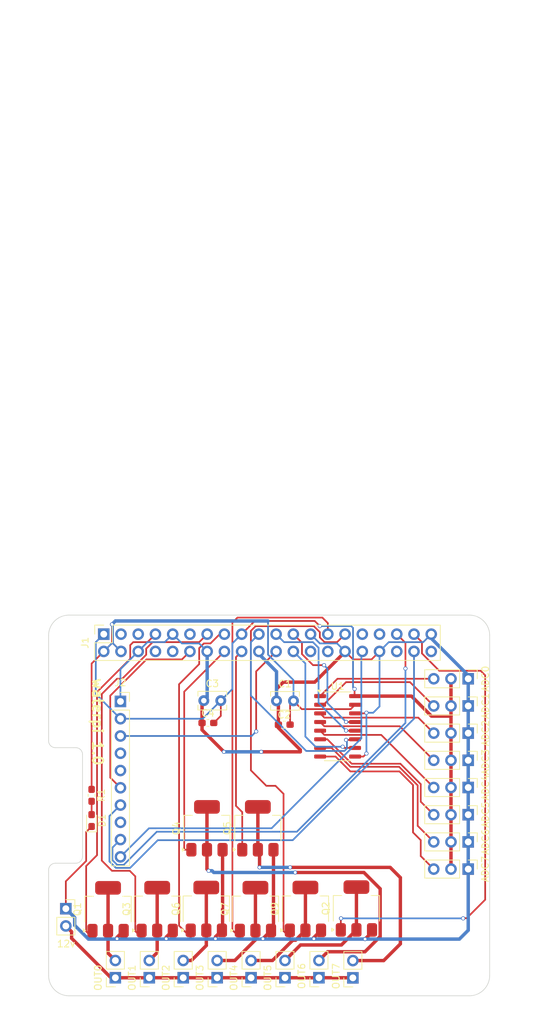
<source format=kicad_pcb>
(kicad_pcb (version 20240108) (generator "pcbnew") (generator_version "8.0")
  (layers (0 "F.Cu" signal) (31 "B.Cu" signal) (34 "B.Paste" user) (35 "F.Paste" user) (36 "B.SilkS" user "B.Silkscreen") (37 "F.SilkS" user "F.Silkscreen") (38 "B.Mask" user) (39 "F.Mask" user) (44 "Edge.Cuts" user))
  (net 0 "")
  (net 1 "GND")
  (net 2 "+12V")
  (net 3 "/OUT7")
  (net 4 "/OUT6")
  (net 5 "/OUT5")
  (net 6 "/OUT4")
  (net 7 "/OUT3")
  (net 8 "/OUT2")
  (net 9 "/OUT1")
  (net 10 "/OUT0")
  (net 11 "/GPIO4")
  (net 12 "/GPIO0")
  (net 13 "/GPIO27")
  (net 14 "/GPIO26")
  (net 15 "/GPIO25")
  (net 16 "/GPIO22")
  (net 17 "Net-(D1-A)")
  (net 18 "/CH0")
  (net 19 "/SPI0_MOSI")
  (net 20 "/SPI0_MISO")
  (net 21 "/SPI0_SCLK")
  (net 22 "+5V")
  (net 23 "/GPIO5")
  (net 24 "/CH1")
  (net 25 "/CH2")
  (net 26 "/CH3")
  (net 27 "/CH4")
  (net 28 "/CH5")
  (net 29 "/CH6")
  (net 30 "/GPIO24")
  (net 31 "/GPIO1")
  (net 32 "/SDA")
  (net 33 "/GPIO23")
  (net 34 "/SPI1_CE0")
  (net 35 "/GPIO6")
  (net 36 "/PWM0")
  (net 37 "/CH7")
  (net 38 "/SCL")
  (net 39 "/SPI1_CE2")
  (net 40 "/SPI0_CE1")
  (net 41 "/SPI1_MISO")
  (net 42 "+3.3V")
  (net 43 "/RXD")
  (net 44 "/TXD")
  (net 45 "/PWM1")
  (net 46 "/SPI1_MOSI")
  (net 47 "/SPI1_SCLK")
  (net 48 "/SPI0_CE0")
  (net 49 "/SPI1_CE1")
  (net 52 "/SPI1_SCK")
  (footprint "RPi_Hat:RPi_Hat_Mounting_Hole" (layer "F.Cu") (at 93.162 92.138)
    (property "Reference" "" (hide yes))
    (property "Value" "" (hide yes))
  )
  (footprint "RPi_Hat:RPi_Hat_Mounting_Hole" (layer "F.Cu") (at 93.162 141.138)
    (property "Reference" "" (hide yes))
    (property "Value" "" (hide yes))
  )
  (footprint "RPi_Hat:RPi_Hat_Mounting_Hole" (layer "F.Cu") (at 151.162 141.138)
    (property "Reference" "" (hide yes))
    (property "Value" "" (hide yes))
  )
  (footprint "Connector_PinSocket_2.54mm:PinSocket_1x02_P2.54mm_Vertical" (layer "F.Cu") (at 114.5 141.986 180)
    (property "Reference" "J7" (hide yes))
    (property "Value" "OUT3")
  )
  (footprint "Connector_PinSocket_2.54mm:PinSocket_1x02_P2.54mm_Vertical" (layer "F.Cu") (at 124.5 141.986 180)
    (property "Reference" "J9" (hide yes))
    (property "Value" "OUT5")
  )
  (footprint "Connector_PinSocket_2.54mm:PinSocket_1x02_P2.54mm_Vertical" (layer "F.Cu") (at 99.5 141.986 180)
    (property "Reference" "J4" (hide yes))
    (property "Value" "OUT0")
  )
  (footprint "Connector_PinSocket_2.54mm:PinSocket_1x02_P2.54mm_Vertical" (layer "F.Cu") (at 119.5 141.986 180)
    (property "Reference" "J8" (hide yes))
    (property "Value" "OUT4")
  )
  (footprint "RPi_Hat:RPi_Hat_Mounting_Hole" (layer "F.Cu") (at 151.162 92.138)
    (property "Reference" "" (hide yes))
    (property "Value" "" (hide yes))
  )
  (footprint "Connector_PinSocket_2.54mm:PinSocket_2x20_P2.54mm_Vertical" (layer "F.Cu") (at 97.79 91.44 90)
    (property "Reference" "J1")
    (property "Value" "RPi")
  )
  (footprint "Connector_PinSocket_2.54mm:PinSocket_1x02_P2.54mm_Vertical" (layer "F.Cu") (at 129.5 141.986 180)
    (property "Reference" "J10" (hide yes))
    (property "Value" "OUT6")
  )
  (footprint "Connector_PinSocket_2.54mm:PinSocket_1x02_P2.54mm_Vertical" (layer "F.Cu") (at 104.5 141.986 180)
    (property "Reference" "J5" (hide yes))
    (property "Value" "OUT1")
  )
  (footprint "Connector_PinSocket_2.54mm:PinSocket_1x02_P2.54mm_Vertical" (layer "F.Cu") (at 109.5 141.986 180)
    (property "Reference" "J6" (hide yes))
    (property "Value" "OUT2")
  )
  (footprint "Connector_PinHeader_2.54mm:PinHeader_1x03_P2.54mm_Vertical" (layer "F.Cu") (at 151.5 118 -90)
    (property "Reference" "J19" (hide yes))
    (property "Value" "ADC5")
  )
  (footprint "Connector_PinHeader_2.54mm:PinHeader_1x03_P2.54mm_Vertical" (layer "F.Cu") (at 151.5 122 -90)
    (property "Reference" "J20" (hide yes))
    (property "Value" "ADC6")
  )
  (footprint "Connector_PinSocket_2.54mm:PinSocket_1x02_P2.54mm_Vertical" (layer "F.Cu") (at 92.202 131.826)
    (property "Reference" "J3" (hide yes))
    (property "Value" "12v")
  )
  (footprint "Connector_PinHeader_2.54mm:PinHeader_1x03_P2.54mm_Vertical" (layer "F.Cu") (at 151.5 102 -90)
    (property "Reference" "J15" (hide yes))
    (property "Value" "ADC1")
  )
  (footprint "Connector_PinHeader_2.54mm:PinHeader_1x03_P2.54mm_Vertical" (layer "F.Cu") (at 151.5 106 -90)
    (property "Reference" "J16" (hide yes))
    (property "Value" "ADC2")
  )
  (footprint "Connector_PinHeader_2.54mm:PinHeader_1x03_P2.54mm_Vertical" (layer "F.Cu") (at 151.5 110 -90)
    (property "Reference" "J17" (hide yes))
    (property "Value" "ADC3")
  )
  (footprint "Connector_PinHeader_2.54mm:PinHeader_1x03_P2.54mm_Vertical" (layer "F.Cu") (at 151.5 114 -90)
    (property "Reference" "J18" (hide yes))
    (property "Value" "ADC4")
  )
  (footprint "Connector_PinHeader_2.54mm:PinHeader_1x03_P2.54mm_Vertical" (layer "F.Cu") (at 151.5 98 -90)
    (property "Reference" "J14" (hide yes))
    (property "Value" "ADC0")
  )
  (footprint "LED_SMD:LED_0603_1608Metric_Pad1.05x0.95mm_HandSolder" (layer "F.Cu") (at 96 118.861 90)
    (property "Reference" "D1")
    (property "Value" "LED")
  )
  (footprint "Resistor_SMD:R_0603_1608Metric_Pad1.05x0.95mm_HandSolder" (layer "F.Cu") (at 96 115.15 -90)
    (property "Reference" "R1")
    (property "Value" "1k")
  )
  (footprint "Connector_PinSocket_2.54mm:PinSocket_1x02_P2.54mm_Vertical" (layer "F.Cu") (at 134.5 142 180)
    (property "Reference" "J11" (hide yes))
    (property "Value" "OUT7")
  )
  (footprint "Package_TO_SOT_SMD:SOT-223-3_TabPin2" (layer "F.Cu") (at 98.424 131.909 90)
    (property "Reference" "Q1")
    (property "Value" "NCV8403")
  )
  (footprint "Package_TO_SOT_SMD:SOT-223-3_TabPin2" (layer "F.Cu") (at 105.664 131.885 90)
    (property "Reference" "Q3")
    (property "Value" "NCV8403")
  )
  (footprint "Package_TO_SOT_SMD:SOT-223-3_TabPin2" (layer "F.Cu") (at 112.904 131.861 90)
    (property "Reference" "Q6")
    (property "Value" "NCV8403")
  )
  (footprint "Package_TO_SOT_SMD:SOT-223-3_TabPin2" (layer "F.Cu") (at 120.142 131.885 90)
    (property "Reference" "Q7")
    (property "Value" "NCV8403")
  )
  (footprint "Package_TO_SOT_SMD:SOT-223-3_TabPin2" (layer "F.Cu") (at 127.509 131.861 90)
    (property "Reference" "Q9")
    (property "Value" "NCV8403")
  )
  (footprint "Package_TO_SOT_SMD:SOT-223-3_TabPin2" (layer "F.Cu") (at 135.025 131.8 90)
    (property "Reference" "Q2")
    (property "Value" "NCV8403")
  )
  (footprint "Package_TO_SOT_SMD:SOT-223-3_TabPin2" (layer "F.Cu") (at 113 120 90)
    (property "Reference" "Q4")
    (property "Value" "NCV8403")
  )
  (footprint "Package_TO_SOT_SMD:SOT-223-3_TabPin2" (layer "F.Cu") (at 120.5 120 90)
    (property "Reference" "Q5")
    (property "Value" "NCV8403")
  )
  (footprint "Package_SO:SO-16_3.9x9.9mm_P1.27mm" (layer "F.Cu") (at 132.25 105)
    (property "Reference" "U1")
    (property "Value" "MCP3008")
  )
  (footprint "Capacitor_THT:C_Rect_L4.0mm_W2.5mm_P2.50mm" (layer "F.Cu") (at 123.25 101.25)
    (property "Reference" "C1")
    (property "Value" "1mF")
  )
  (footprint "Connector_PinSocket_2.54mm:PinSocket_1x10_P2.54mm_Vertical" (layer "F.Cu") (at 100.25 101.34)
    (property "Reference" "J2")
    (property "Value" "Conn_01x10")
  )
  (footprint "Capacitor_SMD:C_0603_1608Metric_Pad1.08x0.95mm_HandSolder" (layer "F.Cu") (at 113.1375 104.5)
    (property "Reference" "C4")
    (property "Value" "100nF")
  )
  (footprint "Capacitor_SMD:C_0603_1608Metric_Pad1.08x0.95mm_HandSolder" (layer "F.Cu") (at 124.3875 104.75)
    (property "Reference" "C2")
    (property "Value" "100nF")
  )
  (footprint "Capacitor_THT:C_Rect_L4.0mm_W2.5mm_P2.50mm" (layer "F.Cu") (at 112.5375 101.22)
    (property "Reference" "C3")
    (property "Value" "1mF")
  )
  (footprint "Connector_PinHeader_2.54mm:PinHeader_1x03_P2.54mm_Vertical" (layer "F.Cu") (at 151.5 126 -90)
    (property "Reference" "J21" (hide yes))
    (property "Value" "ADC7")
  )
  (gr_arc (start 92.662 144.638) (mid 90.54068 143.75932) (end 89.662 141.638) (stroke (width 0.1)) (layer "Edge.Cuts"))
  (gr_arc (start 154.662 141.638) (mid 153.78332 143.75932) (end 151.662 144.638) (stroke (width 0.1)) (layer "Edge.Cuts"))
  (gr_arc (start 90.662 108.138) (mid 89.954893 107.845107) (end 89.662 107.138) (stroke (width 0.1)) (layer "Edge.Cuts"))
  (gr_arc (start 93.662 108.138) (mid 94.369107 108.430893) (end 94.662 109.138) (stroke (width 0.1)) (layer "Edge.Cuts"))
  (gr_arc (start 94.662 124.138) (mid 94.369107 124.845107) (end 93.662 125.138) (stroke (width 0.1)) (layer "Edge.Cuts"))
  (gr_arc (start 89.662 126.138) (mid 89.954893 125.430893) (end 90.662 125.138) (stroke (width 0.1)) (layer "Edge.Cuts"))
  (gr_arc (start 89.662 91.638) (mid 90.54068 89.51668) (end 92.662 88.638) (stroke (width 0.1)) (layer "Edge.Cuts"))
  (gr_line (start 92.662 88.638) (end 151.662 88.638) (stroke (width 0.1)) (layer "Edge.Cuts"))
  (gr_arc (start 151.662 88.638) (mid 153.78332 89.51668) (end 154.662 91.638) (stroke (width 0.1)) (layer "Edge.Cuts"))
  (gr_line (start 89.662 91.638) (end 89.662 107.138) (stroke (width 0.1)) (layer "Edge.Cuts"))
  (gr_line (start 92.662 144.638) (end 151.662 144.638) (stroke (width 0.1)) (layer "Edge.Cuts"))
  (gr_line (start 94.662 109.138) (end 94.662 124.138) (stroke (width 0.1)) (layer "Edge.Cuts"))
  (gr_line (start 89.662 126.138) (end 89.662 141.638) (stroke (width 0.1)) (layer "Edge.Cuts"))
  (gr_line (start 90.662 108.138) (end 93.662 108.138) (stroke (width 0.1)) (layer "Edge.Cuts"))
  (gr_line (start 154.662 91.638) (end 154.662 141.638) (stroke (width 0.1)) (layer "Edge.Cuts"))
  (gr_line (start 90.662 125.138) (end 93.662 125.138) (stroke (width 0.1)) (layer "Edge.Cuts"))
  (gr_text "waterpi 1.0" (at 96 97.75 270) (layer "F.SilkS") (effects (font (size 1.5 1.5) (thickness 0.3) (bold yes)) (justify left bottom)))
  (segment (start 121.25 136.25) (end 121.25 136.227) (width 0.5) (layer "F.Cu") (net 1))
  (segment (start 122.442 135.035) (end 122.8 134.677) (width 0.5) (layer "F.Cu") (net 1))
  (segment (start 128.883884 98.5) (end 124.25 98.5) (width 0.5) (layer "F.Cu") (net 1))
  (segment (start 115.204 135.011) (end 115.3 134.915) (width 0.5) (layer "F.Cu") (net 1))
  (segment (start 95.199 120.537) (end 95.199 124.801) (width 0.25) (layer "F.Cu") (net 1))
  (segment (start 123.25 99.5) (end 123.25 101.25) (width 0.5) (layer "F.Cu") (net 1))
  (segment (start 115.3 134.915) (end 115.3 123.15) (width 0.5) (layer "F.Cu") (net 1))
  (segment (start 133.35 93.98) (end 134.525 95.155) (width 0.25) (layer "F.Cu") (net 1))
  (segment (start 92.202 127.798) (end 92.202 131.826) (width 0.25) (layer "F.Cu") (net 1))
  (segment (start 136.405 103.095) (end 136.5 103) (width 0.25) (layer "F.Cu") (net 1))
  (segment (start 123.525 104.75) (end 123.525 101.525) (width 0.5) (layer "F.Cu") (net 1))
  (segment (start 134.825 109.445) (end 136.055 109.445) (width 0.25) (layer "F.Cu") (net 1))
  (segment (start 134.825 103.095) (end 136.405 103.095) (width 0.25) (layer "F.Cu") (net 1))
  (segment (start 114.25 136.25) (end 114.25 135.965) (width 0.5) (layer "F.Cu") (net 1))
  (segment (start 128.75 136.25) (end 128.75 136.07) (width 0.5) (layer "F.Cu") (net 1))
  (segment (start 107 135.999) (end 107.964 135.035) (width 0.5) (layer "F.Cu") (net 1))
  (segment (start 114.25 135.965) (end 115.204 135.011) (width 0.5) (layer "F.Cu") (net 1))
  (segment (start 121 108.75) (end 126.75 108.75) (width 0.5) (layer "F.Cu") (net 1))
  (segment (start 121.25 136.227) (end 122.442 135.035) (width 0.5) (layer "F.Cu") (net 1))
  (segment (start 124.25 98.5) (end 123.25 99.5) (width 0.5) (layer "F.Cu") (net 1))
  (segment (start 107 136.25) (end 107 135.999) (width 0.5) (layer "F.Cu") (net 1))
  (segment (start 123.525 105.225) (end 126.75 108.45) (width 0.5) (layer "F.Cu") (net 1))
  (segment (start 112.275 104.5) (end 112.275 105.525) (width 0.5) (layer "F.Cu") (net 1))
  (segment (start 136.055 109.445) (end 136.5 109) (width 0.25) (layer "F.Cu") (net 1))
  (segment (start 123.525 104.75) (end 123.525 105.225) (width 0.25) (layer "F.Cu") (net 1))
  (segment (start 137.325 134.95) (end 137.325 135.275) (width 0.5) (layer "F.Cu") (net 1))
  (segment (start 112.275 105.525) (end 115.5 108.75) (width 0.5) (layer "F.Cu") (net 1))
  (segment (start 137.255 95.155) (end 138.43 93.98) (width 0.25) (layer "F.Cu") (net 1))
  (segment (start 122.8 134.677) (end 122.8 123.15) (width 0.5) (layer "F.Cu") (net 1))
  (segment (start 99.75 136.033) (end 100.724 135.059) (width 0.5) (layer "F.Cu") (net 1))
  (segment (start 96 119.736) (end 95.199 120.537) (width 0.25) (layer "F.Cu") (net 1))
  (segment (start 123.25 105.025) (end 123.525 104.75) (width 0.5) (layer "F.Cu") (net 1))
  (segment (start 95.199 124.801) (end 92.202 127.798) (width 0.25) (layer "F.Cu") (net 1))
  (segment (start 99.75 136.25) (end 99.75 136.033) (width 0.5) (layer "F.Cu") (net 1))
  (segment (start 128.75 136.07) (end 129.809 135.011) (width 0.5) (layer "F.Cu") (net 1))
  (segment (start 137.325 135.275) (end 136.3 136.3) (width 0.5) (layer "F.Cu") (net 1))
  (segment (start 133.35 94.033884) (end 128.883884 98.5) (width 0.5) (layer "F.Cu") (net 1))
  (segment (start 134.525 95.155) (end 137.255 95.155) (width 0.25) (layer "F.Cu") (net 1))
  (segment (start 112.275 104.5) (end 112.275 101.4825) (width 0.5) (layer "F.Cu") (net 1))
  (segment (start 126.75 108.45) (end 126.75 108.75) (width 0.5) (layer "F.Cu") (net 1))
  (via (at 114.25 136.25) (size 0.6) (drill 0.4) (layers "F.Cu" "B.Cu") (net 1))
  (via (at 136.3 136.3) (size 0.6) (drill 0.4) (layers "F.Cu" "B.Cu") (net 1))
  (via (at 128.75 136.25) (size 0.6) (drill 0.4) (layers "F.Cu" "B.Cu") (net 1))
  (via (at 115.5 108.75) (size 0.6) (drill 0.4) (layers "F.Cu" "B.Cu") (net 1))
  (via (at 121 108.75) (size 0.6) (drill 0.4) (layers "F.Cu" "B.Cu") (net 1))
  (via (at 107 136.25) (size 0.6) (drill 0.4) (layers "F.Cu" "B.Cu") (net 1))
  (via (at 136.5 109) (size 0.6) (drill 0.4) (layers "F.Cu" "B.Cu") (net 1))
  (via (at 136.5 103) (size 0.6) (drill 0.4) (layers "F.Cu" "B.Cu") (net 1))
  (via (at 99.75 136.25) (size 0.6) (drill 0.4) (layers "F.Cu" "B.Cu") (net 1))
  (via (at 121.25 136.25) (size 0.6) (drill 0.4) (layers "F.Cu" "B.Cu") (net 1))
  (segment (start 100.25 101.34) (end 100.25 96.6) (width 0.25) (layer "B.Cu") (net 1))
  (segment (start 123.25 96.95) (end 123.25 101.25) (width 0.5) (layer "B.Cu") (net 1))
  (segment (start 99.8 136.3) (end 99.75 136.25) (width 0.5) (layer "B.Cu") (net 1))
  (segment (start 136.2 136.3) (end 128.8 136.3) (width 0.5) (layer "B.Cu") (net 1))
  (segment (start 128.27 91.44) (end 129.634999 92.804999) (width 0.25) (layer "B.Cu") (net 1))
  (segment (start 106.774999 92.615001) (end 107.95 91.44) (width 0.25) (layer "B.Cu") (net 1))
  (segment (start 111.855 92.805) (end 113.03 93.98) (width 0.25) (layer "B.Cu") (net 1))
  (segment (start 128.7 136.3) (end 121.3 136.3) (width 0.5) (layer "B.Cu") (net 1))
  (segment (start 136.3 136.3) (end 136.25 136.25) (width 0.5) (layer "B.Cu") (net 1))
  (segment (start 120.65 94.35) (end 123.25 96.95) (width 0.5) (layer "B.Cu") (net 1))
  (segment (start 107.05 136.3) (end 107 136.25) (width 0.5) (layer "B.Cu") (net 1))
  (segment (start 93.502001 134.269001) (end 93.502001 133.126001) (width 0.5) (layer "B.Cu") (net 1))
  (segment (start 114.2 136.3) (end 107.05 136.3) (width 0.5) (layer "B.Cu") (net 1))
  (segment (start 136.5 109) (end 136.5 103) (width 0.25) (layer "B.Cu") (net 1))
  (segment (start 139.795 92.615) (end 138.43 93.98) (width 0.25) (layer "B.Cu") (net 1))
  (segment (start 136.5 103) (end 137.5 103) (width 0.25) (layer "B.Cu") (net 1))
  (segment (start 113.03 100.7275) (end 112.5375 101.22) (width 0.5) (layer "B.Cu") (net 1))
  (segment (start 136.3 136.3) (end 150.2 136.3) (width 0.5) (layer "B.Cu") (net 1))
  (segment (start 138.43 102.07) (end 138.43 93.98) (width 0.25) (layer "B.Cu") (net 1))
  (segment (start 132.174999 92.804999) (end 133.35 93.98) (width 0.25) (layer "B.Cu") (net 1))
  (segment (start 121.3 136.3) (end 121.25 136.25) (width 0.5) (layer "B.Cu") (net 1))
  (segment (start 136.25 136.25) (end 136.2 136.3) (width 0.5) (layer "B.Cu") (net 1))
  (segment (start 121.2 136.3) (end 114.3 136.3) (width 0.5) (layer "B.Cu") (net 1))
  (segment (start 114.25 136.25) (end 114.2 136.3) (width 0.5) (layer "B.Cu") (net 1))
  (segment (start 104.234999 92.615001) (end 106.774999 92.615001) (width 0.25) (layer "B.Cu") (net 1))
  (segment (start 128.8 136.3) (end 128.75 136.25) (width 0.5) (layer "B.Cu") (net 1))
  (segment (start 121.25 136.25) (end 121.2 136.3) (width 0.5) (layer "B.Cu") (net 1))
  (segment (start 93.502001 133.126001) (end 92.202 131.826) (width 0.5) (layer "B.Cu") (net 1))
  (segment (start 151.5 97.5) (end 151.5 135) (width 0.5) (layer "B.Cu") (net 1))
  (segment (start 99.7 136.3) (end 95.533 136.3) (width 0.5) (layer "B.Cu") (net 1))
  (segment (start 151.5 135) (end 150.2 136.3) (width 0.5) (layer "B.Cu") (net 1))
  (segment (start 114.3 136.3) (end 114.25 136.25) (width 0.5) (layer "B.Cu") (net 1))
  (segment (start 129.634999 92.804999) (end 132.174999 92.804999) (width 0.25) (layer "B.Cu") (net 1))
  (segment (start 113.03 93.98) (end 113.03 100.7275) (width 0.5) (layer "B.Cu") (net 1))
  (segment (start 109.315 92.805) (end 111.855 92.805) (width 0.25) (layer "B.Cu") (net 1))
  (segment (start 115.5 108.75) (end 121 108.75) (width 0.5) (layer "B.Cu") (net 1))
  (segment (start 146.05 92.05) (end 151.5 97.5) (width 0.5) (layer "B.Cu") (net 1))
  (segment (start 100.25 96.6) (end 102.87 93.98) (width 0.25) (layer "B.Cu") (net 1))
  (segment (start 137.5 103) (end 138.43 102.07) (width 0.25) (layer "B.Cu") (net 1))
  (segment (start 99.75 136.25) (end 99.7 136.3) (width 0.5) (layer "B.Cu") (net 1))
  (segment (start 128.75 136.25) (end 128.7 136.3) (width 0.5) (layer "B.Cu") (net 1))
  (segment (start 144.875 92.615) (end 139.795 92.615) (width 0.25) (layer "B.Cu") (net 1))
  (segment (start 107 136.25) (end 106.95 136.3) (width 0.5) (layer "B.Cu") (net 1))
  (segment (start 146.05 91.44) (end 144.875 92.615) (width 0.25) (layer "B.Cu") (net 1))
  (segment (start 106.95 136.3) (end 99.8 136.3) (width 0.5) (layer "B.Cu") (net 1))
  (segment (start 102.87 93.98) (end 104.234999 92.615001) (width 0.25) (layer "B.Cu") (net 1))
  (segment (start 95.533 136.3) (end 93.502001 134.269001) (width 0.5) (layer "B.Cu") (net 1))
  (segment (start 107.95 91.44) (end 109.315 92.805) (width 0.25) (layer "B.Cu") (net 1))
  (segment (start 98.853 141.986) (end 100.203 141.986) (width 0.5) (layer "F.Cu") (net 2))
  (segment (start 99.5 141.986) (end 134.486 141.986) (width 0.5) (layer "F.Cu") (net 2))
  (segment (start 93.051999 135.215999) (end 93.051999 136.184999) (width 0.5) (layer "F.Cu") (net 2))
  (segment (start 92.202 134.366) (end 93.051999 135.215999) (width 0.5) (layer "F.Cu") (net 2))
  (segment (start 93.051999 136.184999) (end 98.853 141.986) (width 0.5) (layer "F.Cu") (net 2))
  (segment (start 120.75 123.4) (end 120.5 123.15) (width 0.5) (layer "F.Cu") (net 3))
  (segment (start 140 125.75) (end 125.25 125.75) (width 0.5) (layer "F.Cu") (net 3))
  (segment (start 141.5 137) (end 141.5 127.25) (width 0.5) (layer "F.Cu") (net 3))
  (segment (start 120.75 125.75) (end 120.75 123.4) (width 0.5) (layer "F.Cu") (net 3))
  (segment (start 139.04 139.46) (end 141.5 137) (width 0.5) (layer "F.Cu") (net 3))
  (segment (start 141.5 127.25) (end 140 125.75) (width 0.5) (layer "F.Cu") (net 3))
  (segment (start 120.5 123.15) (end 120.5 116.85) (width 0.5) (layer "F.Cu") (net 3))
  (segment (start 134.5 139.46) (end 139.04 139.46) (width 0.5) (layer "F.Cu") (net 3))
  (via (at 125.25 125.75) (size 0.6) (drill 0.4) (layers "F.Cu" "B.Cu") (net 3))
  (via (at 120.75 125.75) (size 0.6) (drill 0.4) (layers "F.Cu" "B.Cu") (net 3))
  (segment (start 125.25 125.75) (end 120.75 125.75) (width 0.5) (layer "B.Cu") (net 3))
  (segment (start 126 126.5) (end 136.125774 126.5) (width 0.5) (layer "F.Cu") (net 4))
  (segment (start 113 126) (end 113.25 126.25) (width 0.5) (layer "F.Cu") (net 4))
  (segment (start 136.125774 126.5) (end 138.525 128.899226) (width 0.5) (layer "F.Cu") (net 4))
  (segment (start 130.786 138.16) (end 129.5 139.446) (width 0.5) (layer "F.Cu") (net 4))
  (segment (start 113 123.15) (end 113 126) (width 0.5) (layer "F.Cu") (net 4))
  (segment (start 138.525 128.899226) (end 138.525 135.916726) (width 0.5) (layer "F.Cu") (net 4))
  (segment (start 136.281726 138.16) (end 130.786 138.16) (width 0.5) (layer "F.Cu") (net 4))
  (segment (start 113 123.15) (end 113 116.85) (width 0.5) (layer "F.Cu") (net 4))
  (segment (start 138.525 135.916726) (end 136.281726 138.16) (width 0.5) (layer "F.Cu") (net 4))
  (via (at 126 126.5) (size 0.6) (drill 0.4) (layers "F.Cu" "B.Cu") (net 4))
  (via (at 113.25 126.25) (size 0.6) (drill 0.4) (layers "F.Cu" "B.Cu") (net 4))
  (segment (start 113.25 126.25) (end 113.75 126.25) (width 0.5) (layer "B.Cu") (net 4))
  (segment (start 113.75 126.25) (end 114 126.5) (width 0.5) (layer "B.Cu") (net 4))
  (segment (start 114 126.5) (end 126 126.5) (width 0.5) (layer "B.Cu") (net 4))
  (segment (start 132.814 137.161) (end 126.785 137.161) (width 0.5) (layer "F.Cu") (net 5))
  (segment (start 126.785 137.161) (end 124.5 139.446) (width 0.5) (layer "F.Cu") (net 5))
  (segment (start 135.025 134.95) (end 132.814 137.161) (width 0.5) (layer "F.Cu") (net 5))
  (segment (start 135.025 128.65) (end 135.025 134.95) (width 0.5) (layer "F.Cu") (net 5))
  (segment (start 125.642172 136.461) (end 126.059 136.461) (width 0.5) (layer "F.Cu") (net 6))
  (segment (start 119.5 139.446) (end 122.657172 139.446) (width 0.5) (layer "F.Cu") (net 6))
  (segment (start 126.059 136.461) (end 127.509 135.011) (width 0.5) (layer "F.Cu") (net 6))
  (segment (start 122.657172 139.446) (end 125.642172 136.461) (width 0.5) (layer "F.Cu") (net 6))
  (segment (start 127.509 128.711) (end 127.509 135.011) (width 0.5) (layer "F.Cu") (net 6))
  (segment (start 120.142 136.405) (end 120.142 129.785) (width 0.5) (layer "F.Cu") (net 7))
  (segment (start 117.101 139.446) (end 120.142 136.405) (width 0.5) (layer "F.Cu") (net 7))
  (segment (start 114.5 139.446) (end 117.101 139.446) (width 0.5) (layer "F.Cu") (net 7))
  (segment (start 112.904 137.244081) (end 112.904 129.761) (width 0.5) (layer "F.Cu") (net 8))
  (segment (start 109.5 139.446) (end 110.702081 139.446) (width 0.5) (layer "F.Cu") (net 8))
  (segment (start 110.702081 139.446) (end 112.904 137.244081) (width 0.5) (layer "F.Cu") (net 8))
  (segment (start 105.664 129.785) (end 105.664 138.282) (width 0.5) (layer "F.Cu") (net 9))
  (segment (start 105.664 138.282) (end 104.5 139.446) (width 0.5) (layer "F.Cu") (net 9))
  (segment (start 98.424 129.809) (end 98.424 138.37) (width 0.5) (layer "F.Cu") (net 10))
  (segment (start 98.424 138.37) (end 99.5 139.446) (width 0.5) (layer "F.Cu") (net 10))
  (segment (start 101.695 93.054999) (end 101.695 95.055) (width 0.25) (layer "F.Cu") (net 11))
  (segment (start 104.235 92.615) (end 102.134999 92.615) (width 0.25) (layer "F.Cu") (net 11))
  (segment (start 105.41 91.44) (end 104.235 92.615) (width 0.25) (layer "F.Cu") (net 11))
  (segment (start 95.199 135.164) (end 96.144 136.109) (width 0.25) (layer "F.Cu") (net 11))
  (segment (start 96.8 99.95) (end 96.8 123.95) (width 0.25) (layer "F.Cu") (net 11))
  (segment (start 95.199 125.551) (end 95.199 135.164) (width 0.25) (layer "F.Cu") (net 11))
  (segment (start 102.134999 92.615) (end 101.695 93.054999) (width 0.25) (layer "F.Cu") (net 11))
  (segment (start 101.695 95.055) (end 96.8 99.95) (width 0.25) (layer "F.Cu") (net 11))
  (segment (start 96.8 123.95) (end 95.199 125.551) (width 0.25) (layer "F.Cu") (net 11))
  (segment (start 130 89) (end 130.81 89.81) (width 0.25) (layer "F.Cu") (net 12))
  (segment (start 130.81 89.81) (end 130.81 91.44) (width 0.25) (layer "F.Cu") (net 12))
  (segment (start 116.75 134.973) (end 116.75 89.75) (width 0.25) (layer "F.Cu") (net 12))
  (segment (start 116.75 89.75) (end 117.5 89) (width 0.25) (layer "F.Cu") (net 12))
  (segment (start 117.862 136.085) (end 116.75 134.973) (width 0.25) (layer "F.Cu") (net 12))
  (segment (start 117.5 89) (end 130 89) (width 0.25) (layer "F.Cu") (net 12))
  (segment (start 101.615 126.25) (end 99 126.25) (width 0.25) (layer "F.Cu") (net 13))
  (segment (start 105 92.615) (end 111.855 92.615) (width 0.25) (layer "F.Cu") (net 13))
  (segment (start 104.045 94.466701) (end 104.045 93.57) (width 0.25) (layer "F.Cu") (net 13))
  (segment (start 111.855 92.615) (end 113.03 91.44) (width 0.25) (layer "F.Cu") (net 13))
  (segment (start 103.384 136.085) (end 102.439 135.14) (width 0.25) (layer "F.Cu") (net 13))
  (segment (start 102.439 135.14) (end 102.439 127.074) (width 0.25) (layer "F.Cu") (net 13))
  (segment (start 100.511701 98) (end 104.045 94.466701) (width 0.25) (layer "F.Cu") (net 13))
  (segment (start 104.045 93.57) (end 105 92.615) (width 0.25) (layer "F.Cu") (net 13))
  (segment (start 99 126.25) (end 97.5 124.75) (width 0.25) (layer "F.Cu") (net 13))
  (segment (start 97.5 100.25) (end 99.75 98) (width 0.25) (layer "F.Cu") (net 13))
  (segment (start 102.439 127.074) (end 101.615 126.25) (width 0.25) (layer "F.Cu") (net 13))
  (segment (start 97.5 124.75) (end 97.5 100.25) (width 0.25) (layer "F.Cu") (net 13))
  (segment (start 99.75 98) (end 100.511701 98) (width 0.25) (layer "F.Cu") (net 13))
  (segment (start 147.233299 96.825) (end 153.325 96.825) (width 0.25) (layer "F.Cu") (net 14))
  (segment (start 153.325 96.825) (end 154 97.5) (width 0.25) (layer "F.Cu") (net 14))
  (segment (start 132.725 134.95) (end 132.725 133.275) (width 0.25) (layer "F.Cu") (net 14))
  (segment (start 150.775 133.225) (end 150.75 133.25) (width 0.25) (layer "F.Cu") (net 14))
  (segment (start 144.685 94.276701) (end 147.233299 96.825) (width 0.25) (layer "F.Cu") (net 14))
  (segment (start 151.275 133.225) (end 154 130.5) (width 0.25) (layer "F.Cu") (net 14))
  (segment (start 154 130.5) (end 154 97.5) (width 0.25) (layer "F.Cu") (net 14))
  (segment (start 150.75 133.25) (end 151 133.25) (width 0.25) (layer "F.Cu") (net 14))
  (segment (start 143.51 91.44) (end 144.685 92.615) (width 0.25) (layer "F.Cu") (net 14))
  (segment (start 151.275 133.225) (end 150.775 133.225) (width 0.25) (layer "F.Cu") (net 14))
  (segment (start 132.725 133.275) (end 132.75 133.25) (width 0.25) (layer "F.Cu") (net 14))
  (segment (start 144.685 92.615) (end 144.685 94.276701) (width 0.25) (layer "F.Cu") (net 14))
  (via (at 132.75 133.25) (size 0.6) (drill 0.4) (layers "F.Cu" "B.Cu") (net 14))
  (via (at 150.75 133.25) (size 0.6) (drill 0.4) (layers "F.Cu" "B.Cu") (net 14))
  (segment (start 132.75 133.25) (end 150.75 133.25) (width 0.25) (layer "B.Cu") (net 14))
  (segment (start 123.19 93.98) (end 120.25 96.92) (width 0.25) (layer "F.Cu") (net 15))
  (segment (start 120.25 96.92) (end 120.25 105.75) (width 0.25) (layer "F.Cu") (net 15))
  (via (at 120.25 105.75) (size 0.6) (drill 0.4) (layers "F.Cu" "B.Cu") (net 15))
  (segment (start 119.58 106.42) (end 100.25 106.42) (width 0.25) (layer "B.Cu") (net 15))
  (segment (start 120.25 105.75) (end 119.58 106.42) (width 0.25) (layer "B.Cu") (net 15))
  (segment (start 113.516701 92.805) (end 114.881701 91.44) (width 0.25) (layer "F.Cu") (net 16))
  (segment (start 108.889 98.809299) (end 111.855 95.843299) (width 0.25) (layer "F.Cu") (net 16))
  (segment (start 111.855 95.843299) (end 111.855 93.493299) (width 0.25) (layer "F.Cu") (net 16))
  (segment (start 108.889 134.326) (end 108.889 98.809299) (width 0.25) (layer "F.Cu") (net 16))
  (segment (start 112.543299 92.805) (end 113.516701 92.805) (width 0.25) (layer "F.Cu") (net 16))
  (segment (start 110.624 136.061) (end 108.889 134.326) (width 0.25) (layer "F.Cu") (net 16))
  (segment (start 111.855 93.493299) (end 112.543299 92.805) (width 0.25) (layer "F.Cu") (net 16))
  (segment (start 96 116.025) (end 96 117.986) (width 0.25) (layer "F.Cu") (net 17))
  (segment (start 146.42 98) (end 132.23 98) (width 0.25) (layer "F.Cu") (net 18))
  (segment (start 132.23 98) (end 129.675 100.555) (width 0.25) (layer "F.Cu") (net 18))
  (segment (start 133.5 107) (end 134.73 107) (width 0.25) (layer "F.Cu") (net 19))
  (via (at 133.5 107) (size 0.6) (drill 0.4) (layers "F.Cu" "B.Cu") (net 19))
  (segment (start 127.625 108.625) (end 119.475 100.475) (width 0.25) (layer "B.Cu") (net 19))
  (segment (start 133.5 107) (end 133.625 107.125) (width 0.25) (layer "B.Cu") (net 19))
  (segment (start 119.475 100.475) (end 119.475 92.615) (width 0.25) (layer "B.Cu") (net 19))
  (segment (start 119.475 92.615) (end 120.65 91.44) (width 0.25) (layer "B.Cu") (net 19))
  (segment (start 133.625 107.125) (end 133.625 108.258884) (width 0.25) (layer "B.Cu") (net 19))
  (segment (start 133.258884 108.625) (end 127.625 108.625) (width 0.25) (layer "B.Cu") (net 19))
  (segment (start 133.625 108.258884) (end 133.258884 108.625) (width 0.25) (layer "B.Cu") (net 19))
  (segment (start 133.52 105.635) (end 133.5 105.615) (width 0.25) (layer "F.Cu") (net 20))
  (segment (start 134.825 105.635) (end 133.52 105.635) (width 0.25) (layer "F.Cu") (net 20))
  (via (at 133.5 105.615) (size 0.6) (drill 0.4) (layers "F.Cu" "B.Cu") (net 20))
  (segment (start 128.615 92.615) (end 124.365 92.615) (width 0.25) (layer "B.Cu") (net 20))
  (segment (start 129.445 93.445) (end 128.615 92.615) (width 0.25) (layer "B.Cu") (net 20))
  (segment (start 129.445 101.56) (end 129.445 93.445) (width 0.25) (layer "B.Cu") (net 20))
  (segment (start 133.5 105.615) (end 129.445 101.56) (width 0.25) (layer "B.Cu") (net 20))
  (segment (start 124.365 92.615) (end 123.19 91.44) (width 0.25) (layer "B.Cu") (net 20))
  (segment (start 127 92.71) (end 125.73 91.44) (width 0.25) (layer "F.Cu") (net 21))
  (segment (start 127 94.371701) (end 127 92.71) (width 0.25) (layer "F.Cu") (net 21))
  (segment (start 127 94.371701) (end 128.628299 96) (width 0.25) (layer "F.Cu") (net 21))
  (segment (start 133.52 104.365) (end 133.5 104.345) (width 0.25) (layer "F.Cu") (net 21))
  (segment (start 128.628299 96) (end 130.25 96) (width 0.25) (layer "F.Cu") (net 21))
  (segment (start 134.825 104.365) (end 133.52 104.365) (width 0.25) (layer "F.Cu") (net 21))
  (via (at 130.25 96) (size 0.6) (drill 0.4) (layers "F.Cu" "B.Cu") (net 21))
  (via (at 133.5 104.345) (size 0.6) (drill 0.4) (layers "F.Cu" "B.Cu") (net 21))
  (segment (start 130.75 96.5) (end 130.25 96) (width 0.25) (layer "B.Cu") (net 21))
  (segment (start 133.5 104.345) (end 130.75 101.595) (width 0.25) (layer "B.Cu") (net 21))
  (segment (start 130.75 101.595) (end 130.75 96.5) (width 0.25) (layer "B.Cu") (net 21))
  (segment (start 125.25 101.75) (end 125.75 101.25) (width 0.25) (layer "F.Cu") (net 22))
  (segment (start 134.18 102.47) (end 126.97 102.47) (width 0.25) (layer "F.Cu") (net 22))
  (segment (start 96 95.77) (end 97.79 93.98) (width 0.25) (layer "F.Cu") (net 22))
  (segment (start 100.33 93.98) (end 99 92.65) (width 0.25) (layer "F.Cu") (net 22))
  (segment (start 99 92.77) (end 99 90.5) (width 0.25) (layer "F.Cu") (net 22))
  (segment (start 96 114.275) (end 96 95.77) (width 0.25) (layer "F.Cu") (net 22))
  (segment (start 99 90.5) (end 99 90) (width 0.25) (layer "F.Cu") (net 22))
  (segment (start 126.97 102.47) (end 125.75 101.25) (width 0.25) (layer "F.Cu") (net 22))
  (segment (start 97.79 93.98) (end 99 92.77) (width 0.25) (layer "F.Cu") (net 22))
  (segment (start 125.25 104.75) (end 125.25 101.75) (width 0.25) (layer "F.Cu") (net 22))
  (segment (start 134.825 101.825) (end 134.18 102.47) (width 0.25) (layer "F.Cu") (net 22))
  (segment (start 99 92.65) (end 99 90.5) (width 0.25) (layer "F.Cu") (net 22))
  (via (at 99 90) (size 0.6) (drill 0.4) (layers "F.Cu" "B.Cu") (net 22))
  (segment (start 125.75 98.201701) (end 122 94.451701) (width 0.25) (layer "B.Cu") (net 22))
  (segment (start 122 89.5) (end 99.5 89.5) (width 0.5) (layer "B.Cu") (net 22))
  (segment (start 99.155 92.615) (end 97.79 93.98) (width 0.25) (layer "B.Cu") (net 22))
  (segment (start 125.75 101.25) (end 125.75 98.201701) (width 0.25) (layer "B.Cu") (net 22))
  (segment (start 122 94.451701) (end 122 89.5) (width 0.25) (layer "B.Cu") (net 22))
  (segment (start 99.155 89.845) (end 99 90) (width 0.25) (layer "B.Cu") (net 22))
  (segment (start 99.155 89.845) (end 99.155 92.805) (width 0.25) (layer "B.Cu") (net 22))
  (segment (start 99.155 89.845) (end 99.5 89.5) (width 0.5) (layer "B.Cu") (net 22))
  (segment (start 99.155 92.805) (end 100.33 93.98) (width 0.25) (layer "B.Cu") (net 22))
  (segment (start 99 90) (end 99.155 92.615) (width 0.25) (layer "B.Cu") (net 22))
  (segment (start 132.175 92.615) (end 130.323299 92.615) (width 0.25) (layer "F.Cu") (net 23))
  (segment (start 133.35 91.44) (end 132.175 92.615) (width 0.25) (layer "F.Cu") (net 23))
  (segment (start 124.284 114.934) (end 124.284 135.116) (width 0.25) (layer "F.Cu") (net 23))
  (segment (start 119.475 90.953299) (end 119.475 111.475) (width 0.25) (layer "F.Cu") (net 23))
  (segment (start 119.475 111.475) (end 121.75 113.75) (width 0.25) (layer "F.Cu") (net 23))
  (segment (start 129.635 91.926701) (end 129.635 91.143299) (width 0.25) (layer "F.Cu") (net 23))
  (segment (start 129.635 91.143299) (end 128.756701 90.265) (width 0.25) (layer "F.Cu") (net 23))
  (segment (start 128.756701 90.265) (end 120.163299 90.265) (width 0.25) (layer "F.Cu") (net 23))
  (segment (start 124.284 135.116) (end 125.229 136.061) (width 0.25) (layer "F.Cu") (net 23))
  (segment (start 120.163299 90.265) (end 119.475 90.953299) (width 0.25) (layer "F.Cu") (net 23))
  (segment (start 121.75 113.75) (end 123.1 113.75) (width 0.25) (layer "F.Cu") (net 23))
  (segment (start 123.1 113.75) (end 124.284 114.934) (width 0.25) (layer "F.Cu") (net 23))
  (segment (start 130.323299 92.615) (end 129.635 91.926701) (width 0.25) (layer "F.Cu") (net 23))
  (segment (start 146.42 102) (end 142.92 98.5) (width 0.25) (layer "F.Cu") (net 24))
  (segment (start 133.5 98.5) (end 130.175 101.825) (width 0.25) (layer "F.Cu") (net 24))
  (segment (start 142.92 98.5) (end 133.5 98.5) (width 0.25) (layer "F.Cu") (net 24))
  (segment (start 129.675 103.095) (end 130.3 103.72) (width 0.25) (layer "F.Cu") (net 25))
  (segment (start 144.14 103.72) (end 146.42 106) (width 0.25) (layer "F.Cu") (net 25))
  (segment (start 130.3 103.72) (end 144.14 103.72) (width 0.25) (layer "F.Cu") (net 25))
  (segment (start 141.41 104.99) (end 146.42 110) (width 0.25) (layer "F.Cu") (net 26))
  (segment (start 129.675 104.365) (end 130.3 104.99) (width 0.25) (layer "F.Cu") (net 26))
  (segment (start 130.3 104.99) (end 141.41 104.99) (width 0.25) (layer "F.Cu") (net 26))
  (segment (start 130.3 106.26) (end 138.68 106.26) (width 0.25) (layer "F.Cu") (net 27))
  (segment (start 129.675 105.635) (end 130.3 106.26) (width 0.25) (layer "F.Cu") (net 27))
  (segment (start 138.68 106.26) (end 146.42 114) (width 0.25) (layer "F.Cu") (net 27))
  (segment (start 146.42 118) (end 144.5 116.08) (width 0.25) (layer "F.Cu") (net 28))
  (segment (start 134.329092 110.5) (end 141.5 110.5) (width 0.25) (layer "F.Cu") (net 28))
  (segment (start 141.5 110.5) (end 144.5 113.5) (width 0.25) (layer "F.Cu") (net 28))
  (segment (start 130.734092 106.905) (end 134.329092 110.5) (width 0.25) (layer "F.Cu") (net 28))
  (segment (start 129.675 106.905) (end 130.734092 106.905) (width 0.25) (layer "F.Cu") (net 28))
  (segment (start 144.5 116.08) (end 144.5 113.5) (width 0.25) (layer "F.Cu") (net 28))
  (segment (start 129.675 108.175) (end 131.367696 108.175) (width 0.25) (layer "F.Cu") (net 29))
  (segment (start 134.142696 110.95) (end 141.313604 110.95) (width 0.25) (layer "F.Cu") (net 29))
  (segment (start 141.313604 110.95) (end 144.05 113.686396) (width 0.25) (layer "F.Cu") (net 29))
  (segment (start 131.367696 108.175) (end 134.142696 110.95) (width 0.25) (layer "F.Cu") (net 29))
  (segment (start 144.05 119.63) (end 146.42 122) (width 0.25) (layer "F.Cu") (net 29))
  (segment (start 144.05 113.686396) (end 144.05 119.63) (width 0.25) (layer "F.Cu") (net 29))
  (segment (start 117.275 116.698998) (end 118.2 117.623998) (width 0.25) (layer "F.Cu") (net 30))
  (segment (start 117.275 94.815) (end 118.11 93.98) (width 0.25) (layer "F.Cu") (net 30))
  (segment (start 118.2 117.623998) (end 118.2 123.15) (width 0.25) (layer "F.Cu") (net 30))
  (segment (start 117.275 94.815) (end 117.275 116.698998) (width 0.25) (layer "F.Cu") (net 30))
  (segment (start 109.65 123.13) (end 109.67 123.15) (width 0.25) (layer "F.Cu") (net 33))
  (segment (start 109.65 123.13) (end 109.65 99.9) (width 0.25) (layer "F.Cu") (net 33))
  (segment (start 109.67 123.15) (end 110.7 123.15) (width 0.25) (layer "F.Cu") (net 33))
  (segment (start 109.65 99.9) (end 115.57 93.98) (width 0.25) (layer "F.Cu") (net 33))
  (segment (start 104.085 95.155) (end 109.315 95.155) (width 0.25) (layer "F.Cu") (net 34))
  (segment (start 98.75 100.49) (end 104.085 95.155) (width 0.25) (layer "F.Cu") (net 34))
  (segment (start 98.75 112.54) (end 98.75 100.49) (width 0.25) (layer "F.Cu") (net 34))
  (segment (start 109.315 95.155) (end 110.49 93.98) (width 0.25) (layer "F.Cu") (net 34))
  (segment (start 100.25 114.04) (end 98.75 112.54) (width 0.25) (layer "F.Cu") (net 34))
  (segment (start 104.45 120) (end 100.25 124.2) (width 0.25) (layer "B.Cu") (net 36))
  (segment (start 122.52028 120) (end 104.45 120) (width 0.25) (layer "B.Cu") (net 36))
  (segment (start 135.75 94.12) (end 135.75 106.77028) (width 0.25) (layer "B.Cu") (net 36))
  (segment (start 135.75 106.77028) (end 122.52028 120) (width 0.25) (layer "B.Cu") (net 36))
  (segment (start 131.945 109.445) (end 134.136396 111.636396) (width 0.25) (layer "F.Cu") (net 37))
  (segment (start 143.363604 120.605305) (end 144.5 121.741701) (width 0.25) (layer "F.Cu") (net 37))
  (segment (start 141.363604 111.636396) (end 143.363604 113.636396) (width 0.25) (layer "F.Cu") (net 37))
  (segment (start 144.5 124.08) (end 146.42 126) (width 0.25) (layer "F.Cu") (net 37))
  (segment (start 144.5 121.741701) (end 144.5 124.08) (width 0.25) (layer "F.Cu") (net 37))
  (segment (start 134.136396 111.636396) (end 141.363604 111.636396) (width 0.25) (layer "F.Cu") (net 37))
  (segment (start 143.363604 113.636396) (end 143.363604 120.605305) (width 0.25) (layer "F.Cu") (net 37))
  (segment (start 129.675 109.445) (end 131.945 109.445) (width 0.25) (layer "F.Cu") (net 37))
  (segment (start 142.25 96.5) (end 142.25 92.72) (width 0.25) (layer "F.Cu") (net 41))
  (segment (start 142.25 92.72) (end 140.97 91.44) (width 0.25) (layer "F.Cu") (net 41))
  (via (at 142.25 96.5) (size 0.6) (drill 0.4) (layers "F.Cu" "B.Cu") (net 41))
  (segment (start 142.25 104.5) (end 126.25 120.5) (width 0.25) (layer "B.Cu") (net 41))
  (segment (start 105.611701 120.5) (end 100.736701 125.375) (width 0.25) (layer "B.Cu") (net 41))
  (segment (start 100.736701 125.375) (end 99.7633 125.375) (width 0.25) (layer "B.Cu") (net 41))
  (segment (start 100.25 121.66) (end 99.075 122.835) (width 0.25) (layer "B.Cu") (net 41))
  (segment (start 99.075 124.686701) (end 99.7633 125.375) (width 0.25) (layer "B.Cu") (net 41))
  (segment (start 142.25 96.5) (end 142.25 104.5) (width 0.25) (layer "B.Cu") (net 41))
  (segment (start 99.075 122.835) (end 99.075 124.686701) (width 0.25) (layer "B.Cu") (net 41))
  (segment (start 126.25 120.5) (end 105.611701 120.5) (width 0.25) (layer "B.Cu") (net 41))
  (segment (start 128.875585 89.5) (end 129.625584 90.249999) (width 0.25) (layer "F.Cu") (net 42))
  (segment (start 134.825 100.555) (end 143.136522 100.555) (width 0.5) (layer "F.Cu") (net 42))
  (segment (start 118.11 91.44) (end 120.05 89.5) (width 0.25) (layer "F.Cu") (net 42))
  (segment (start 120.05 89.5) (end 128.875585 89.5) (width 0.25) (layer "F.Cu") (net 42))
  (segment (start 148.96 98) (end 148.96 103.5) (width 0.5) (layer "F.Cu") (net 42))
  (segment (start 148.96 103.5) (end 148.96 126) (width 0.5) (layer "F.Cu") (net 42))
  (segment (start 134.75 99.5) (end 134.75 100.48) (width 0.25) (layer "F.Cu") (net 42))
  (segment (start 146.081522 103.5) (end 148.96 103.5) (width 0.5) (layer "F.Cu") (net 42))
  (segment (start 115.0375 101.22) (end 115.0375 103.4625) (width 0.25) (layer "F.Cu") (net 42))
  (segment (start 115.0375 103.4625) (end 114 104.5) (width 0.25) (layer "F.Cu") (net 42))
  (segment (start 143.136522 100.555) (end 146.081522 103.5) (width 0.5) (layer "F.Cu") (net 42))
  (via (at 129.625584 90.249999) (size 0.6) (drill 0.4) (layers "F.Cu" "B.Cu") (net 42))
  (via (at 134.75 99.5) (size 0.6) (drill 0.4) (layers "F.Cu" "B.Cu") (net 42))
  (segment (start 134.249999 90.249999) (end 134.5 90.5) (width 0.25) (layer "B.Cu") (net 42))
  (segment (start 96.615 92.615) (end 97.79 91.44) (width 0.25) (layer "B.Cu") (net 42))
  (segment (start 118.11 91.44) (end 116.745 92.805) (width 0.25) (layer "B.Cu") (net 42))
  (segment (start 134.525 99.275) (end 134.75 99.5) (width 0.25) (layer "B.Cu") (net 42))
  (segment (start 134.525 90.525) (end 134.525 99.275) (width 0.25) (layer "B.Cu") (net 42))
  (segment (start 115.0375 101.22) (end 112.3775 103.88) (width 0.25) (layer "B.Cu") (net 42))
  (segment (start 116.745 99.5125) (end 115.0375 101.22) (width 0.25) (layer "B.Cu") (net 42))
  (segment (start 134.5 90.5) (end 134.525 90.525) (width 0.25) (layer "B.Cu") (net 42))
  (segment (start 116.745 92.805) (end 116.745 99.5125) (width 0.25) (layer "B.Cu") (net 42))
  (segment (start 100.25 103.88) (end 96.615 100.245) (width 0.25) (layer "B.Cu") (net 42))
  (segment (start 129.625584 90.249999) (end 134.249999 90.249999) (width 0.25) (layer "B.Cu") (net 42))
  (segment (start 96.615 100.245) (end 96.615 92.615) (width 0.25) (layer "B.Cu") (net 42))
  (segment (start 112.3775 103.88) (end 100.25 103.88) (width 0.25) (layer "B.Cu") (net 42))
  (segment (start 143.51 103.876396) (end 143.51 93.98) (width 0.25) (layer "B.Cu") (net 46))
  (segment (start 98.625 118.205) (end 98.625 124.875) (width 0.25) (layer "B.Cu") (net 46))
  (segment (start 100.25 116.58) (end 98.625 118.205) (width 0.25) (layer "B.Cu") (net 46))
  (segment (start 125.636396 121.75) (end 143.51 103.876396) (width 0.25) (layer "B.Cu") (net 46))
  (segment (start 98.625 124.875) (end 99.575 125.825) (width 0.25) (layer "B.Cu") (net 46))
  (segment (start 99.575 125.825) (end 101.675 125.825) (width 0.25) (layer "B.Cu") (net 46))
  (segment (start 105.75 121.75) (end 125.636396 121.75) (width 0.25) (layer "B.Cu") (net 46))
  (segment (start 101.675 125.825) (end 105.75 121.75) (width 0.25) (layer "B.Cu") (net 46))
  (segment (start 133.175 108.175) (end 133 108) (width 0.25) (layer "F.Cu") (net 48))
  (segment (start 134.825 108.175) (end 133.175 108.175) (width 0.25) (layer "F.Cu") (net 48))
  (via (at 133 108) (size 0.6) (drill 0.4) (layers "F.Cu" "B.Cu") (net 48))
  (segment (start 133 108) (end 129 108) (width 0.25) (layer "B.Cu") (net 48))
  (segment (start 127.5 106.5) (end 127.5 95.75) (width 0.25) (layer "B.Cu") (net 48))
  (segment (start 127.5 95.75) (end 125.73 93.98) (width 0.25) (layer "B.Cu") (net 48))
  (segment (start 129 108) (end 127.5 106.5) (width 0.25) (layer "B.Cu") (net 48))
)
</source>
